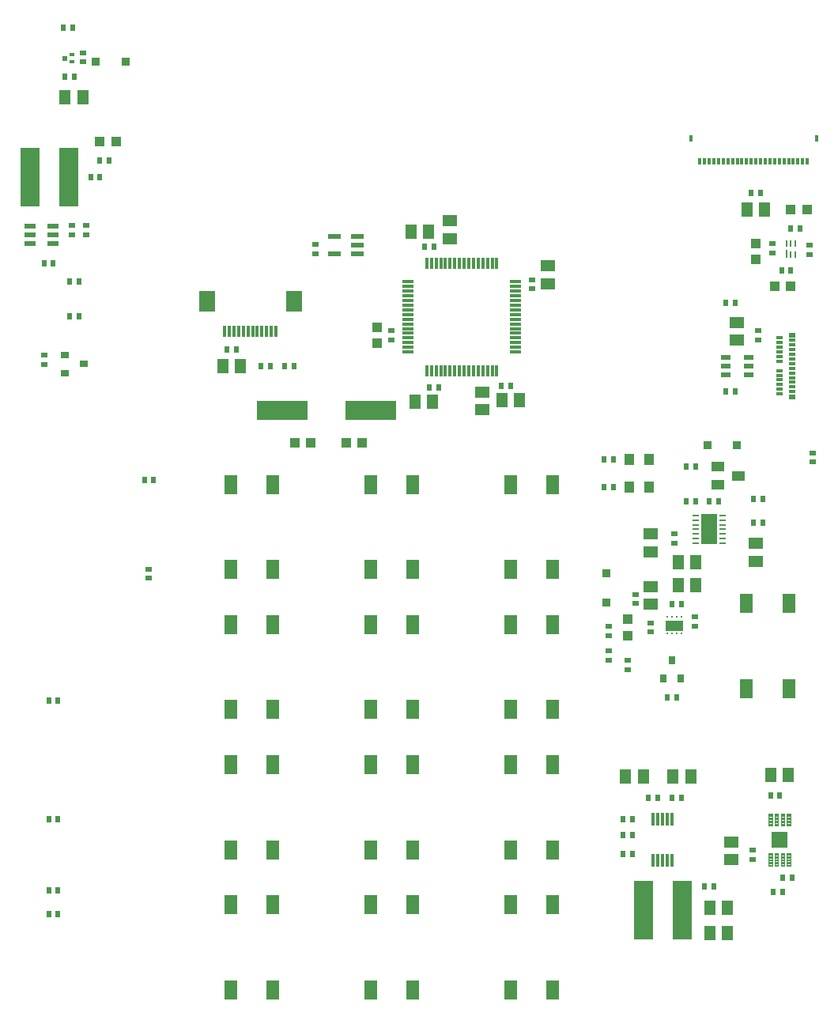
<source format=gbr>
G04 EAGLE Gerber RS-274X export*
G75*
%MOMM*%
%FSLAX34Y34*%
%LPD*%
%INSolderpaste Top*%
%IPPOS*%
%AMOC8*
5,1,8,0,0,1.08239X$1,22.5*%
G01*
%ADD10R,1.500000X1.300000*%
%ADD11R,0.700000X0.600000*%
%ADD12R,0.600000X0.700000*%
%ADD13R,1.300000X1.500000*%
%ADD14R,1.100000X1.000000*%
%ADD15R,1.000000X1.100000*%
%ADD16R,1.100000X1.200000*%
%ADD17R,0.900000X0.950000*%
%ADD18R,0.950000X0.900000*%
%ADD19R,0.300000X1.400000*%
%ADD20R,1.200000X0.600000*%
%ADD21R,2.150000X6.300000*%
%ADD22R,1.400000X1.000000*%
%ADD23R,1.400000X2.100000*%
%ADD24C,0.120000*%
%ADD25R,1.660000X1.725000*%
%ADD26R,0.800000X0.900000*%
%ADD27R,0.280000X0.850078*%
%ADD28R,0.280000X0.750000*%
%ADD29R,0.230000X0.180000*%
%ADD30C,0.020800*%
%ADD31R,5.500000X2.000000*%
%ADD32R,1.200000X0.300000*%
%ADD33R,0.300000X1.200000*%
%ADD34R,1.400000X0.600000*%
%ADD35R,0.700000X0.250000*%
%ADD36R,1.700000X3.300000*%
%ADD37R,0.600000X0.400000*%
%ADD38R,0.600000X0.500000*%
%ADD39R,0.700000X0.300000*%
%ADD40R,0.700000X0.500000*%
%ADD41R,1.100000X0.600000*%
%ADD42R,0.972000X0.802000*%
%ADD43R,0.300000X1.300000*%
%ADD44R,1.800000X2.200000*%
%ADD45R,0.300000X0.800000*%
%ADD46R,0.400000X0.800000*%


D10*
X369900Y750100D03*
X369900Y769100D03*
D11*
X392500Y750000D03*
X392500Y760000D03*
D12*
X397500Y580000D03*
X387500Y580000D03*
D10*
X390000Y532500D03*
X390000Y513500D03*
X277500Y542500D03*
X277500Y523500D03*
D11*
X302500Y542500D03*
X302500Y532500D03*
D10*
X277500Y467500D03*
X277500Y486500D03*
D11*
X325000Y453500D03*
X325000Y443500D03*
D10*
X363500Y193900D03*
X363500Y212900D03*
D11*
X386800Y193900D03*
X386800Y203900D03*
D13*
X301000Y282500D03*
X320000Y282500D03*
D12*
X300000Y260000D03*
X310000Y260000D03*
D13*
X405600Y285000D03*
X424600Y285000D03*
X269500Y282500D03*
X250500Y282500D03*
D12*
X285000Y260000D03*
X275000Y260000D03*
D13*
X340500Y115000D03*
X359500Y115000D03*
D12*
X405600Y262500D03*
X415600Y262500D03*
X335000Y165000D03*
X345000Y165000D03*
D13*
X340500Y142500D03*
X359500Y142500D03*
D11*
X407500Y853300D03*
X407500Y843300D03*
D14*
X427500Y807500D03*
X410500Y807500D03*
D15*
X390000Y853500D03*
X390000Y836500D03*
D12*
X427500Y825000D03*
X417500Y825000D03*
X427500Y870000D03*
X437500Y870000D03*
D14*
X427500Y890000D03*
X444500Y890000D03*
D15*
X252500Y434000D03*
X252500Y451000D03*
D10*
X62500Y859000D03*
X62500Y878000D03*
X96500Y694500D03*
X96500Y675500D03*
D13*
X43500Y684000D03*
X24500Y684000D03*
X118000Y685500D03*
X137000Y685500D03*
D10*
X167500Y829500D03*
X167500Y810500D03*
D13*
X20500Y866000D03*
X39500Y866000D03*
D12*
X50000Y699500D03*
X40000Y699500D03*
X117500Y701000D03*
X127500Y701000D03*
D11*
X150000Y815000D03*
X150000Y805000D03*
D12*
X35000Y850500D03*
X45000Y850500D03*
D11*
X-260000Y505000D03*
X-260000Y495000D03*
D15*
X-16000Y746500D03*
X-16000Y763500D03*
D11*
X-500Y750000D03*
X-500Y760000D03*
D13*
X-162000Y722400D03*
X-181000Y722400D03*
D12*
X-166500Y740000D03*
X-176500Y740000D03*
D11*
X-327500Y862900D03*
X-327500Y872900D03*
X-342500Y862900D03*
X-342500Y872900D03*
D14*
X-312500Y962600D03*
X-295500Y962600D03*
D12*
X-312500Y942800D03*
X-302500Y942800D03*
D13*
X380500Y890000D03*
X399500Y890000D03*
D12*
X385000Y907500D03*
X395000Y907500D03*
D13*
X-350000Y1010000D03*
X-331000Y1010000D03*
D12*
X-350000Y1032500D03*
X-340000Y1032500D03*
X-342000Y1085000D03*
X-352000Y1085000D03*
D16*
X275500Y622500D03*
X254500Y622500D03*
D17*
X369750Y637500D03*
X338250Y637500D03*
D18*
X230000Y468750D03*
X230000Y500250D03*
D19*
X300000Y237000D03*
X295000Y237000D03*
X290000Y237000D03*
X285000Y237000D03*
X280000Y237000D03*
X280000Y193000D03*
X285000Y193000D03*
X290000Y193000D03*
X295000Y193000D03*
X300000Y193000D03*
D20*
X-387500Y872400D03*
X-387500Y862900D03*
X-387500Y853400D03*
X-362500Y853400D03*
X-362500Y862900D03*
X-362500Y872400D03*
D21*
X269250Y140000D03*
X310750Y140000D03*
D22*
X371000Y605000D03*
X349000Y595500D03*
X349000Y614500D03*
D12*
X357500Y695000D03*
X367500Y695000D03*
X357500Y790000D03*
X367500Y790000D03*
D11*
X450667Y619504D03*
X450667Y629504D03*
D12*
X227500Y622500D03*
X237500Y622500D03*
X387500Y555000D03*
X397500Y555000D03*
X325500Y614500D03*
X315500Y614500D03*
X325500Y577500D03*
X315500Y577500D03*
X350000Y577500D03*
X340000Y577500D03*
D11*
X277500Y447500D03*
X277500Y437500D03*
D12*
X300000Y467500D03*
X310000Y467500D03*
X428500Y174300D03*
X418500Y174300D03*
X247500Y200000D03*
X257500Y200000D03*
X257500Y237500D03*
X247500Y237500D03*
X418500Y159300D03*
X408500Y159300D03*
X-265000Y600000D03*
X-255000Y600000D03*
D11*
X232500Y444000D03*
X232500Y434000D03*
D12*
X-367500Y237400D03*
X-357500Y237400D03*
X-367500Y161100D03*
X-357500Y161100D03*
X-367500Y135700D03*
X-357500Y135700D03*
D11*
X252500Y407500D03*
X252500Y397500D03*
D12*
X295000Y367500D03*
X305000Y367500D03*
X-335000Y775400D03*
X-345000Y775400D03*
D11*
X-331000Y1058000D03*
X-331000Y1048000D03*
D23*
X425000Y468000D03*
X425000Y377000D03*
X380000Y468000D03*
X380000Y377000D03*
X-172500Y504500D03*
X-172500Y595500D03*
X-127500Y504500D03*
X-127500Y595500D03*
X-172500Y354500D03*
X-172500Y445500D03*
X-127500Y354500D03*
X-127500Y445500D03*
X-172500Y204500D03*
X-172500Y295500D03*
X-127500Y204500D03*
X-127500Y295500D03*
X-172500Y54500D03*
X-172500Y145500D03*
X-127500Y54500D03*
X-127500Y145500D03*
X-22500Y504500D03*
X-22500Y595500D03*
X22500Y504500D03*
X22500Y595500D03*
X-22500Y354500D03*
X-22500Y445500D03*
X22500Y354500D03*
X22500Y445500D03*
X-22500Y204500D03*
X-22500Y295500D03*
X22500Y204500D03*
X22500Y295500D03*
X-22500Y54500D03*
X-22500Y145500D03*
X22500Y54500D03*
X22500Y145500D03*
X127500Y504500D03*
X127500Y595500D03*
X172500Y504500D03*
X172500Y595500D03*
X127500Y354500D03*
X127500Y445500D03*
X172500Y354500D03*
X172500Y445500D03*
X127500Y204500D03*
X127500Y295500D03*
X172500Y204500D03*
X172500Y295500D03*
X127500Y54500D03*
X127500Y145500D03*
X172500Y54500D03*
X172500Y145500D03*
D24*
X407350Y187300D02*
X407350Y200600D01*
X407350Y187300D02*
X403750Y187300D01*
X403750Y200600D01*
X407350Y200600D01*
X407350Y188440D02*
X403750Y188440D01*
X403750Y189580D02*
X407350Y189580D01*
X407350Y190720D02*
X403750Y190720D01*
X403750Y191860D02*
X407350Y191860D01*
X407350Y193000D02*
X403750Y193000D01*
X403750Y194140D02*
X407350Y194140D01*
X407350Y195280D02*
X403750Y195280D01*
X403750Y196420D02*
X407350Y196420D01*
X407350Y197560D02*
X403750Y197560D01*
X403750Y198700D02*
X407350Y198700D01*
X407350Y199840D02*
X403750Y199840D01*
X413850Y200600D02*
X413850Y187300D01*
X410250Y187300D01*
X410250Y200600D01*
X413850Y200600D01*
X413850Y188440D02*
X410250Y188440D01*
X410250Y189580D02*
X413850Y189580D01*
X413850Y190720D02*
X410250Y190720D01*
X410250Y191860D02*
X413850Y191860D01*
X413850Y193000D02*
X410250Y193000D01*
X410250Y194140D02*
X413850Y194140D01*
X413850Y195280D02*
X410250Y195280D01*
X410250Y196420D02*
X413850Y196420D01*
X413850Y197560D02*
X410250Y197560D01*
X410250Y198700D02*
X413850Y198700D01*
X413850Y199840D02*
X410250Y199840D01*
X420350Y200600D02*
X420350Y187300D01*
X416750Y187300D01*
X416750Y200600D01*
X420350Y200600D01*
X420350Y188440D02*
X416750Y188440D01*
X416750Y189580D02*
X420350Y189580D01*
X420350Y190720D02*
X416750Y190720D01*
X416750Y191860D02*
X420350Y191860D01*
X420350Y193000D02*
X416750Y193000D01*
X416750Y194140D02*
X420350Y194140D01*
X420350Y195280D02*
X416750Y195280D01*
X416750Y196420D02*
X420350Y196420D01*
X420350Y197560D02*
X416750Y197560D01*
X416750Y198700D02*
X420350Y198700D01*
X420350Y199840D02*
X416750Y199840D01*
X426850Y200600D02*
X426850Y187300D01*
X423250Y187300D01*
X423250Y200600D01*
X426850Y200600D01*
X426850Y188440D02*
X423250Y188440D01*
X423250Y189580D02*
X426850Y189580D01*
X426850Y190720D02*
X423250Y190720D01*
X423250Y191860D02*
X426850Y191860D01*
X426850Y193000D02*
X423250Y193000D01*
X423250Y194140D02*
X426850Y194140D01*
X426850Y195280D02*
X423250Y195280D01*
X423250Y196420D02*
X426850Y196420D01*
X426850Y197560D02*
X423250Y197560D01*
X423250Y198700D02*
X426850Y198700D01*
X426850Y199840D02*
X423250Y199840D01*
X426850Y230000D02*
X426850Y243300D01*
X426850Y230000D02*
X423250Y230000D01*
X423250Y243300D01*
X426850Y243300D01*
X426850Y231140D02*
X423250Y231140D01*
X423250Y232280D02*
X426850Y232280D01*
X426850Y233420D02*
X423250Y233420D01*
X423250Y234560D02*
X426850Y234560D01*
X426850Y235700D02*
X423250Y235700D01*
X423250Y236840D02*
X426850Y236840D01*
X426850Y237980D02*
X423250Y237980D01*
X423250Y239120D02*
X426850Y239120D01*
X426850Y240260D02*
X423250Y240260D01*
X423250Y241400D02*
X426850Y241400D01*
X426850Y242540D02*
X423250Y242540D01*
X420350Y243300D02*
X420350Y230000D01*
X416750Y230000D01*
X416750Y243300D01*
X420350Y243300D01*
X420350Y231140D02*
X416750Y231140D01*
X416750Y232280D02*
X420350Y232280D01*
X420350Y233420D02*
X416750Y233420D01*
X416750Y234560D02*
X420350Y234560D01*
X420350Y235700D02*
X416750Y235700D01*
X416750Y236840D02*
X420350Y236840D01*
X420350Y237980D02*
X416750Y237980D01*
X416750Y239120D02*
X420350Y239120D01*
X420350Y240260D02*
X416750Y240260D01*
X416750Y241400D02*
X420350Y241400D01*
X420350Y242540D02*
X416750Y242540D01*
X413850Y243300D02*
X413850Y230000D01*
X410250Y230000D01*
X410250Y243300D01*
X413850Y243300D01*
X413850Y231140D02*
X410250Y231140D01*
X410250Y232280D02*
X413850Y232280D01*
X413850Y233420D02*
X410250Y233420D01*
X410250Y234560D02*
X413850Y234560D01*
X413850Y235700D02*
X410250Y235700D01*
X410250Y236840D02*
X413850Y236840D01*
X413850Y237980D02*
X410250Y237980D01*
X410250Y239120D02*
X413850Y239120D01*
X413850Y240260D02*
X410250Y240260D01*
X410250Y241400D02*
X413850Y241400D01*
X413850Y242540D02*
X410250Y242540D01*
X407350Y243300D02*
X407350Y230000D01*
X403750Y230000D01*
X403750Y243300D01*
X407350Y243300D01*
X407350Y231140D02*
X403750Y231140D01*
X403750Y232280D02*
X407350Y232280D01*
X407350Y233420D02*
X403750Y233420D01*
X403750Y234560D02*
X407350Y234560D01*
X407350Y235700D02*
X403750Y235700D01*
X403750Y236840D02*
X407350Y236840D01*
X407350Y237980D02*
X403750Y237980D01*
X403750Y239120D02*
X407350Y239120D01*
X407350Y240260D02*
X403750Y240260D01*
X403750Y241400D02*
X407350Y241400D01*
X407350Y242540D02*
X403750Y242540D01*
D25*
X415300Y215300D03*
D26*
X300000Y407500D03*
X309500Y387500D03*
X290500Y387500D03*
D11*
X447500Y851700D03*
X447500Y841700D03*
D27*
X422500Y842250D03*
D28*
X427500Y841750D03*
X432500Y841750D03*
X432500Y853250D03*
X427500Y853250D03*
X422500Y853250D03*
D29*
X310000Y453500D03*
X305000Y453500D03*
X300000Y453500D03*
X295000Y453500D03*
X295000Y436500D03*
X300000Y436500D03*
X305000Y436500D03*
X310000Y436500D03*
D30*
X311396Y450096D02*
X293604Y450096D01*
X311396Y450096D02*
X311396Y439904D01*
X293604Y439904D01*
X293604Y450096D01*
X293604Y440102D02*
X311396Y440102D01*
X311396Y440300D02*
X293604Y440300D01*
X293604Y440498D02*
X311396Y440498D01*
X311396Y440696D02*
X293604Y440696D01*
X293604Y440894D02*
X311396Y440894D01*
X311396Y441092D02*
X293604Y441092D01*
X293604Y441290D02*
X311396Y441290D01*
X311396Y441488D02*
X293604Y441488D01*
X293604Y441686D02*
X311396Y441686D01*
X311396Y441884D02*
X293604Y441884D01*
X293604Y442082D02*
X311396Y442082D01*
X311396Y442280D02*
X293604Y442280D01*
X293604Y442478D02*
X311396Y442478D01*
X311396Y442676D02*
X293604Y442676D01*
X293604Y442874D02*
X311396Y442874D01*
X311396Y443072D02*
X293604Y443072D01*
X293604Y443270D02*
X311396Y443270D01*
X311396Y443468D02*
X293604Y443468D01*
X293604Y443666D02*
X311396Y443666D01*
X311396Y443864D02*
X293604Y443864D01*
X293604Y444062D02*
X311396Y444062D01*
X311396Y444260D02*
X293604Y444260D01*
X293604Y444458D02*
X311396Y444458D01*
X311396Y444656D02*
X293604Y444656D01*
X293604Y444854D02*
X311396Y444854D01*
X311396Y445052D02*
X293604Y445052D01*
X293604Y445250D02*
X311396Y445250D01*
X311396Y445448D02*
X293604Y445448D01*
X293604Y445646D02*
X311396Y445646D01*
X311396Y445844D02*
X293604Y445844D01*
X293604Y446042D02*
X311396Y446042D01*
X311396Y446240D02*
X293604Y446240D01*
X293604Y446438D02*
X311396Y446438D01*
X311396Y446636D02*
X293604Y446636D01*
X293604Y446834D02*
X311396Y446834D01*
X311396Y447032D02*
X293604Y447032D01*
X293604Y447230D02*
X311396Y447230D01*
X311396Y447428D02*
X293604Y447428D01*
X293604Y447626D02*
X311396Y447626D01*
X311396Y447824D02*
X293604Y447824D01*
X293604Y448022D02*
X311396Y448022D01*
X311396Y448220D02*
X293604Y448220D01*
X293604Y448418D02*
X311396Y448418D01*
X311396Y448616D02*
X293604Y448616D01*
X293604Y448814D02*
X311396Y448814D01*
X311396Y449012D02*
X293604Y449012D01*
X293604Y449210D02*
X311396Y449210D01*
X311396Y449408D02*
X293604Y449408D01*
X293604Y449606D02*
X311396Y449606D01*
X311396Y449804D02*
X293604Y449804D01*
X293604Y450002D02*
X311396Y450002D01*
D13*
X325500Y512500D03*
X306500Y512500D03*
X325500Y487464D03*
X306500Y487464D03*
D12*
X257500Y220000D03*
X247500Y220000D03*
X-357500Y364300D03*
X-367500Y364300D03*
D31*
X-117500Y675000D03*
X-22500Y675000D03*
D14*
X-103500Y640000D03*
X-86500Y640000D03*
X-31500Y640000D03*
X-48500Y640000D03*
D21*
X-345950Y925000D03*
X-387450Y925000D03*
D32*
X17500Y812500D03*
X17500Y807500D03*
X17500Y802500D03*
X17500Y797500D03*
X17500Y792500D03*
X17500Y787500D03*
X17500Y782500D03*
X17500Y777500D03*
X17500Y772500D03*
X17500Y767500D03*
X17500Y762500D03*
X17500Y757500D03*
X17500Y752500D03*
X17500Y747500D03*
X17500Y742500D03*
X17500Y737500D03*
D33*
X37500Y717500D03*
X42500Y717500D03*
X47500Y717500D03*
X52500Y717500D03*
X57500Y717500D03*
X62500Y717500D03*
X67500Y717500D03*
X72500Y717500D03*
X77500Y717500D03*
X82500Y717500D03*
X87500Y717500D03*
X92500Y717500D03*
X97500Y717500D03*
X102500Y717500D03*
X107500Y717500D03*
X112500Y717500D03*
D32*
X132500Y737500D03*
X132500Y742500D03*
X132500Y747500D03*
X132500Y752500D03*
X132500Y757500D03*
X132500Y762500D03*
X132500Y767500D03*
X132500Y772500D03*
X132500Y777500D03*
X132500Y782500D03*
X132500Y787500D03*
X132500Y792500D03*
X132500Y797500D03*
X132500Y802500D03*
X132500Y807500D03*
X132500Y812500D03*
D33*
X112500Y832500D03*
X107500Y832500D03*
X102500Y832500D03*
X97500Y832500D03*
X92500Y832500D03*
X87500Y832500D03*
X82500Y832500D03*
X77500Y832500D03*
X72500Y832500D03*
X67500Y832500D03*
X62500Y832500D03*
X57500Y832500D03*
X52500Y832500D03*
X47500Y832500D03*
X42500Y832500D03*
X37500Y832500D03*
D34*
X-36687Y842550D03*
X-36687Y852050D03*
X-36687Y861550D03*
X-61687Y861550D03*
X-61687Y842550D03*
D35*
X354500Y547500D03*
D36*
X340000Y547500D03*
D35*
X354500Y542500D03*
X354500Y537500D03*
X354500Y532500D03*
X354500Y552500D03*
X354500Y557500D03*
X354500Y562500D03*
X325500Y562500D03*
X325500Y557500D03*
X325500Y552500D03*
X325500Y547500D03*
X325500Y542500D03*
X325500Y537500D03*
X325500Y532500D03*
D37*
X-342500Y1048000D03*
X-342500Y1056000D03*
D38*
X-350500Y1052000D03*
D39*
X428900Y720000D03*
X428900Y715000D03*
X428900Y710000D03*
X428900Y705000D03*
X428900Y700000D03*
X428900Y695000D03*
X428900Y725000D03*
X428900Y730000D03*
X428900Y735000D03*
X428900Y740000D03*
X428900Y745000D03*
X428900Y750000D03*
X414900Y752500D03*
X414900Y747500D03*
X414900Y742500D03*
X414900Y737500D03*
X414900Y732500D03*
X414900Y727500D03*
X414900Y717500D03*
X414900Y712500D03*
X414900Y707500D03*
X414900Y702500D03*
X414900Y697500D03*
X414900Y692500D03*
D40*
X428900Y689500D03*
X428900Y755500D03*
D41*
X382500Y713000D03*
X382500Y722500D03*
X382500Y732000D03*
X357500Y732000D03*
X357500Y722500D03*
X357500Y713000D03*
D42*
X-350160Y734252D03*
X-350160Y714948D03*
X-329840Y724600D03*
D12*
X-335000Y812500D03*
X-345000Y812500D03*
D11*
X-372500Y724300D03*
X-372500Y734300D03*
D43*
X-124000Y759639D03*
X-129000Y759639D03*
X-134000Y759639D03*
X-139000Y759639D03*
X-144000Y759639D03*
X-149000Y759639D03*
X-154000Y759639D03*
X-159000Y759639D03*
X-164000Y759639D03*
X-169000Y759639D03*
X-174000Y759639D03*
X-179000Y759639D03*
D44*
X-105000Y792139D03*
X-198000Y792139D03*
D12*
X-130000Y722500D03*
X-140000Y722500D03*
D16*
X275500Y592500D03*
X254500Y592500D03*
D12*
X227500Y592500D03*
X237500Y592500D03*
X-105000Y722500D03*
X-115000Y722500D03*
D11*
X232500Y417500D03*
X232500Y407500D03*
D45*
X330000Y941500D03*
X335000Y941500D03*
X340000Y941500D03*
X345000Y941500D03*
X350000Y941500D03*
X355000Y941500D03*
X360000Y941500D03*
X365000Y941500D03*
X370000Y941500D03*
X375000Y941500D03*
X380000Y941500D03*
X385000Y941500D03*
X390000Y941500D03*
X395000Y941500D03*
X400000Y941500D03*
X405000Y941500D03*
X410000Y941500D03*
X415000Y941500D03*
X420000Y941500D03*
X425000Y941500D03*
X430000Y941500D03*
X435000Y941500D03*
X440000Y941500D03*
X445000Y941500D03*
D46*
X320000Y966500D03*
X455000Y966500D03*
D12*
X-372500Y832500D03*
X-362500Y832500D03*
X-312500Y925000D03*
X-322500Y925000D03*
D11*
X-82000Y852600D03*
X-82000Y842600D03*
X261000Y478000D03*
X261000Y468000D03*
D17*
X-285250Y1048000D03*
X-316750Y1048000D03*
M02*

</source>
